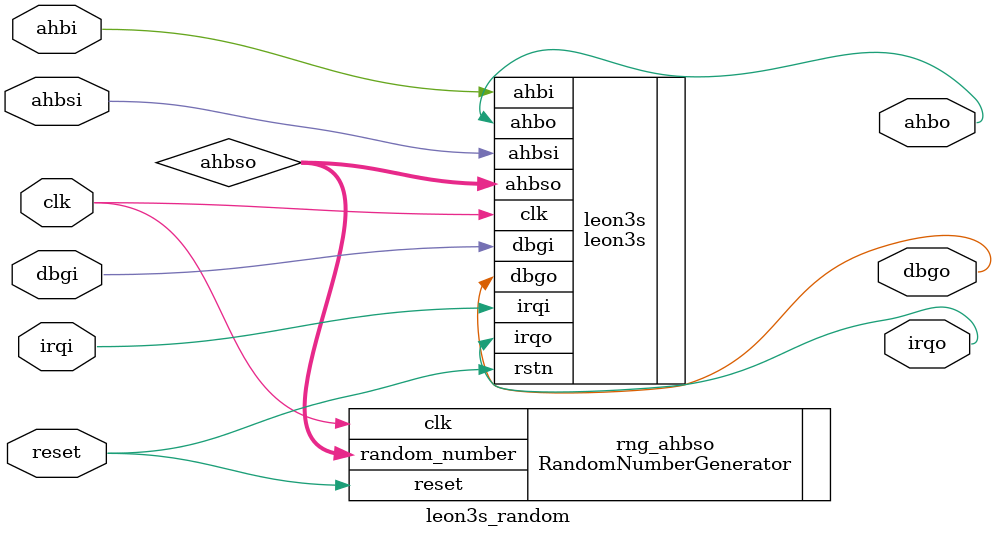
<source format=sv>
/*
* leon3s top level module that incorporates the random number generator
* to allow bitstream generation without Vivado interferance
*/
`include "../../random_number_generator.sv"

module leon3s_random(
    input logic clk,
    input logic reset,
    input logic ahbi,
    output logic ahbo,
    input logic ahbsi,
    input logic irqi,
    output logic irqo,
    input logic dbgi,
    output logic dbgo
    );

logic [31:0] ahbso;

RandomNumberGenerator #(32, 3) rng_ahbso (
  .clk(clk),
  .reset(reset),
  .random_number(ahbso[31:0])
);

leon3s leon3s (
    .clk(clk),
    .rstn(reset),
    .ahbi(ahbi),
    .ahbo(ahbo),
    .ahbsi(ahbsi),
    .ahbso(ahbso[31:0]),
    .irqi(irqi),
    .irqo(irqo),
    .dbgi(dbgi),
    .dbgo(dbgo)
);

endmodule
</source>
